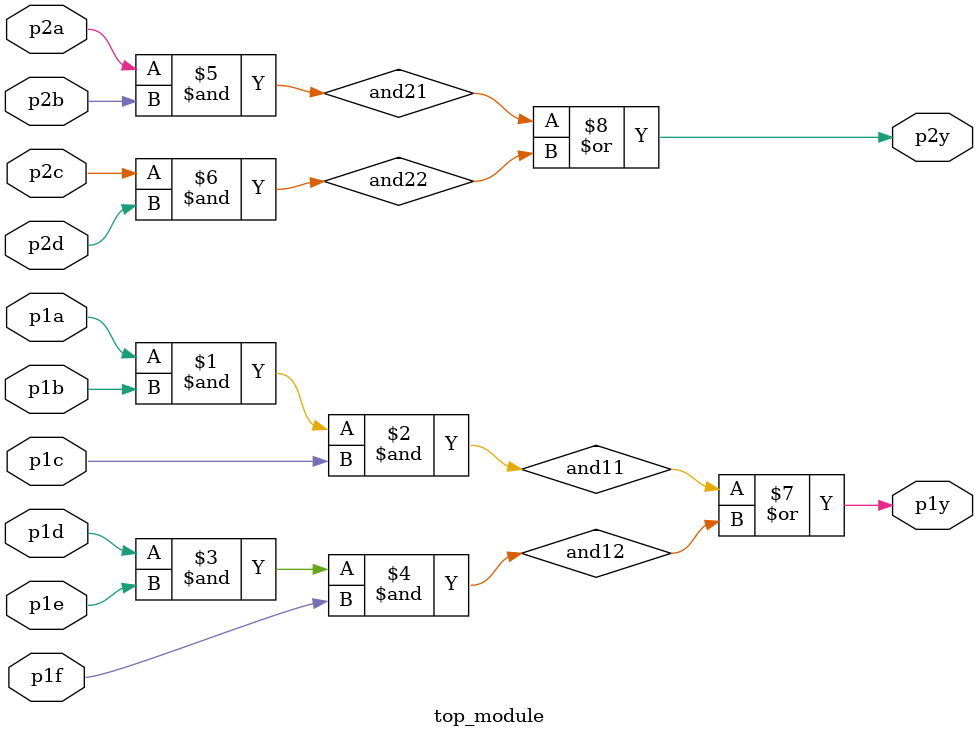
<source format=v>
module top_module (
    input p1a, p1b, p1c, p1d, p1e, p1f,
    output p1y,
    input p2a, p2b, p2c, p2d,
    output p2y
);

wire and11, and12, and21, and22;
assign and11 = p1a & p1b & p1c;
assign and12 = p1d & p1e & p1f;
assign and21 = p2a & p2b;
assign and22 = p2c & p2d;
assign p1y = and11 | and12;
assign p2y = and21 | and22;

endmodule
</source>
